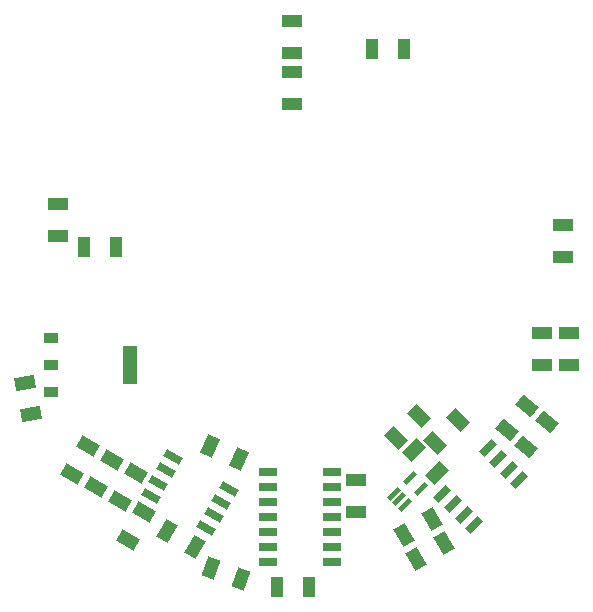
<source format=gbr>
%TF.GenerationSoftware,Altium Limited,Altium Designer,22.1.2 (22)*%
G04 Layer_Color=8421504*
%FSLAX45Y45*%
%MOMM*%
%TF.SameCoordinates,A05C4332-DD78-49BD-A17D-671ED2E2A3CF*%
%TF.FilePolarity,Positive*%
%TF.FileFunction,Paste,Top*%
%TF.Part,Single*%
G01*
G75*
%TA.AperFunction,SMDPad,CuDef*%
G04:AMPARAMS|DCode=10|XSize=1.7mm|YSize=1.1mm|CornerRadius=0mm|HoleSize=0mm|Usage=FLASHONLY|Rotation=150.000|XOffset=0mm|YOffset=0mm|HoleType=Round|Shape=Rectangle|*
%AMROTATEDRECTD10*
4,1,4,1.01112,0.05132,0.46112,-0.90132,-1.01112,-0.05132,-0.46112,0.90132,1.01112,0.05132,0.0*
%
%ADD10ROTATEDRECTD10*%

G04:AMPARAMS|DCode=11|XSize=1.7mm|YSize=1.1mm|CornerRadius=0mm|HoleSize=0mm|Usage=FLASHONLY|Rotation=135.000|XOffset=0mm|YOffset=0mm|HoleType=Round|Shape=Rectangle|*
%AMROTATEDRECTD11*
4,1,4,0.98995,-0.21213,0.21213,-0.98995,-0.98995,0.21213,-0.21213,0.98995,0.98995,-0.21213,0.0*
%
%ADD11ROTATEDRECTD11*%

%ADD12R,1.30000X3.25000*%
%ADD13R,1.30000X0.95000*%
G04:AMPARAMS|DCode=14|XSize=1.7mm|YSize=1.1mm|CornerRadius=0mm|HoleSize=0mm|Usage=FLASHONLY|Rotation=60.000|XOffset=0mm|YOffset=0mm|HoleType=Round|Shape=Rectangle|*
%AMROTATEDRECTD14*
4,1,4,0.05132,-1.01112,-0.90132,-0.46112,-0.05132,1.01112,0.90132,0.46112,0.05132,-1.01112,0.0*
%
%ADD14ROTATEDRECTD14*%

G04:AMPARAMS|DCode=15|XSize=1.2mm|YSize=0.4mm|CornerRadius=0mm|HoleSize=0mm|Usage=FLASHONLY|Rotation=45.000|XOffset=0mm|YOffset=0mm|HoleType=Round|Shape=Rectangle|*
%AMROTATEDRECTD15*
4,1,4,-0.28284,-0.56569,-0.56569,-0.28284,0.28284,0.56569,0.56569,0.28284,-0.28284,-0.56569,0.0*
%
%ADD15ROTATEDRECTD15*%

G04:AMPARAMS|DCode=16|XSize=1.7mm|YSize=1.1mm|CornerRadius=0mm|HoleSize=0mm|Usage=FLASHONLY|Rotation=225.000|XOffset=0mm|YOffset=0mm|HoleType=Round|Shape=Rectangle|*
%AMROTATEDRECTD16*
4,1,4,0.21213,0.98995,0.98995,0.21213,-0.21213,-0.98995,-0.98995,-0.21213,0.21213,0.98995,0.0*
%
%ADD16ROTATEDRECTD16*%

%ADD17R,1.10000X1.70000*%
%ADD18R,1.70000X1.10000*%
G04:AMPARAMS|DCode=19|XSize=1.525mm|YSize=0.65mm|CornerRadius=0mm|HoleSize=0mm|Usage=FLASHONLY|Rotation=225.000|XOffset=0mm|YOffset=0mm|HoleType=Round|Shape=Rectangle|*
%AMROTATEDRECTD19*
4,1,4,0.30936,0.76898,0.76898,0.30936,-0.30936,-0.76898,-0.76898,-0.30936,0.30936,0.76898,0.0*
%
%ADD19ROTATEDRECTD19*%

G04:AMPARAMS|DCode=20|XSize=1.7mm|YSize=1.1mm|CornerRadius=0mm|HoleSize=0mm|Usage=FLASHONLY|Rotation=245.000|XOffset=0mm|YOffset=0mm|HoleType=Round|Shape=Rectangle|*
%AMROTATEDRECTD20*
4,1,4,-0.13925,1.00280,0.85770,0.53792,0.13925,-1.00280,-0.85770,-0.53792,-0.13925,1.00280,0.0*
%
%ADD20ROTATEDRECTD20*%

G04:AMPARAMS|DCode=21|XSize=1.7mm|YSize=1.1mm|CornerRadius=0mm|HoleSize=0mm|Usage=FLASHONLY|Rotation=320.000|XOffset=0mm|YOffset=0mm|HoleType=Round|Shape=Rectangle|*
%AMROTATEDRECTD21*
4,1,4,-1.00467,0.12504,-0.29760,0.96770,1.00467,-0.12504,0.29760,-0.96770,-1.00467,0.12504,0.0*
%
%ADD21ROTATEDRECTD21*%

G04:AMPARAMS|DCode=22|XSize=1.7mm|YSize=1.1mm|CornerRadius=0mm|HoleSize=0mm|Usage=FLASHONLY|Rotation=70.000|XOffset=0mm|YOffset=0mm|HoleType=Round|Shape=Rectangle|*
%AMROTATEDRECTD22*
4,1,4,0.22612,-0.98685,-0.80755,-0.61063,-0.22612,0.98685,0.80755,0.61063,0.22612,-0.98685,0.0*
%
%ADD22ROTATEDRECTD22*%

G04:AMPARAMS|DCode=23|XSize=1.7mm|YSize=1.1mm|CornerRadius=0mm|HoleSize=0mm|Usage=FLASHONLY|Rotation=120.000|XOffset=0mm|YOffset=0mm|HoleType=Round|Shape=Rectangle|*
%AMROTATEDRECTD23*
4,1,4,0.90132,-0.46112,-0.05132,-1.01112,-0.90132,0.46112,0.05132,1.01112,0.90132,-0.46112,0.0*
%
%ADD23ROTATEDRECTD23*%

%TA.AperFunction,ConnectorPad*%
%ADD24R,1.70000X1.10000*%
%TA.AperFunction,SMDPad,CuDef*%
G04:AMPARAMS|DCode=25|XSize=1.7mm|YSize=1.1mm|CornerRadius=0mm|HoleSize=0mm|Usage=FLASHONLY|Rotation=10.000|XOffset=0mm|YOffset=0mm|HoleType=Round|Shape=Rectangle|*
%AMROTATEDRECTD25*
4,1,4,-0.74158,-0.68925,-0.93259,0.39405,0.74158,0.68925,0.93259,-0.39405,-0.74158,-0.68925,0.0*
%
%ADD25ROTATEDRECTD25*%

G04:AMPARAMS|DCode=26|XSize=1.525mm|YSize=0.65mm|CornerRadius=0mm|HoleSize=0mm|Usage=FLASHONLY|Rotation=330.000|XOffset=0mm|YOffset=0mm|HoleType=Round|Shape=Rectangle|*
%AMROTATEDRECTD26*
4,1,4,-0.82285,0.09979,-0.49785,0.66271,0.82285,-0.09979,0.49785,-0.66271,-0.82285,0.09979,0.0*
%
%ADD26ROTATEDRECTD26*%

%ADD27R,1.52500X0.65000*%
D10*
X1324800Y777313D02*
D03*
X1189800Y543487D02*
D03*
X1261300Y1107513D02*
D03*
X1126300Y873687D02*
D03*
X1058100Y1221813D02*
D03*
X923100Y987987D02*
D03*
X854900Y1336113D02*
D03*
X719900Y1102287D02*
D03*
D11*
X3981659Y1555959D02*
D03*
X3790741Y1365041D02*
D03*
X3651459Y1594059D02*
D03*
X3460541Y1403141D02*
D03*
D12*
X1211300Y2019300D02*
D03*
D13*
X541300Y1790300D02*
D03*
Y2019300D02*
D03*
Y2248300D02*
D03*
D14*
X1755213Y478600D02*
D03*
X1521387Y613600D02*
D03*
D15*
X3577213Y1065637D02*
D03*
X3669137Y973713D02*
D03*
X3534787Y839363D02*
D03*
X3488825Y885325D02*
D03*
X3442863Y931287D02*
D03*
D16*
X3612941Y1301959D02*
D03*
X3803859Y1111041D02*
D03*
D17*
X2455800Y139700D02*
D03*
X2725800D02*
D03*
X3255900Y4699000D02*
D03*
X3525900D02*
D03*
X817500Y3022600D02*
D03*
X1087500D02*
D03*
D18*
X596900Y3116200D02*
D03*
Y3386200D02*
D03*
X4699000Y2294000D02*
D03*
Y2024000D02*
D03*
X4927600D02*
D03*
Y2294000D02*
D03*
X2578100Y4503800D02*
D03*
Y4233800D02*
D03*
X3124200Y779400D02*
D03*
Y1049400D02*
D03*
X4876800Y2938400D02*
D03*
Y3208400D02*
D03*
D19*
X4121236Y664129D02*
D03*
X4031434Y753931D02*
D03*
X3941631Y843734D02*
D03*
X3851829Y933536D02*
D03*
X4235364Y1317071D02*
D03*
X4325166Y1227269D02*
D03*
X4414969Y1137466D02*
D03*
X4504771Y1047664D02*
D03*
D20*
X2128951Y1225647D02*
D03*
X1884249Y1339753D02*
D03*
D21*
X4569876Y1678216D02*
D03*
X4396324Y1471384D02*
D03*
X4561424Y1331684D02*
D03*
X4734976Y1538516D02*
D03*
D22*
X1892441Y300173D02*
D03*
X2146159Y207827D02*
D03*
D23*
X3629587Y377000D02*
D03*
X3863413Y512000D02*
D03*
X3761813Y715200D02*
D03*
X3527987Y580200D02*
D03*
D24*
X2578100Y4665600D02*
D03*
Y4935600D02*
D03*
D25*
X319458Y1872849D02*
D03*
X366342Y1606951D02*
D03*
D26*
X2044616Y969178D02*
D03*
X1981116Y859193D02*
D03*
X1917616Y749207D02*
D03*
X1854116Y639222D02*
D03*
X1384384Y910422D02*
D03*
X1447884Y1020407D02*
D03*
X1511384Y1130393D02*
D03*
X1574884Y1240378D02*
D03*
D27*
X2917300Y355600D02*
D03*
Y482600D02*
D03*
Y609600D02*
D03*
Y736600D02*
D03*
Y863600D02*
D03*
Y990600D02*
D03*
Y1117600D02*
D03*
X2374900D02*
D03*
Y990600D02*
D03*
Y863600D02*
D03*
Y736600D02*
D03*
Y609600D02*
D03*
Y482600D02*
D03*
Y355600D02*
D03*
%TF.MD5,d71a349c9b5d27d7f75218d700df2010*%
M02*

</source>
